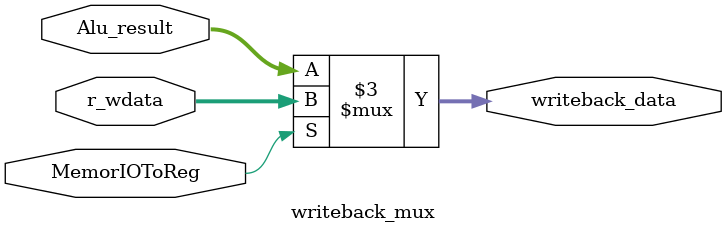
<source format=v>
module writeback_mux (
    input MemorIOToReg,
    input [31:0] Alu_result,
    input [31:0] r_wdata,
    output reg [31:0] writeback_data
);

always @(*) begin
    if (MemorIOToReg)begin
        writeback_data=r_wdata;
    end else begin
        writeback_data=Alu_result;
    end
end
    
endmodule
</source>
